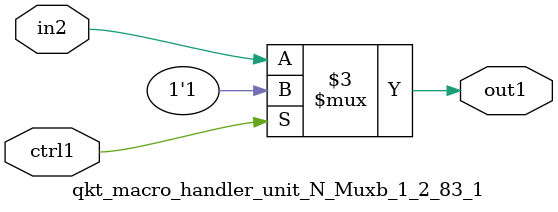
<source format=v>

`timescale 1ps / 1ps


module qkt_macro_handler_unit_N_Muxb_1_2_83_1( in2, ctrl1, out1 );

    input in2;
    input ctrl1;
    output out1;
    reg out1;

    
    // rtl_process:qkt_macro_handler_unit_N_Muxb_1_2_83_1/qkt_macro_handler_unit_N_Muxb_1_2_83_1_thread_1
    always @*
      begin : qkt_macro_handler_unit_N_Muxb_1_2_83_1_thread_1
        case (ctrl1) 
          1'b1: 
            begin
              out1 = 1'b1;
            end
          default: 
            begin
              out1 = in2;
            end
        endcase
      end

endmodule



</source>
